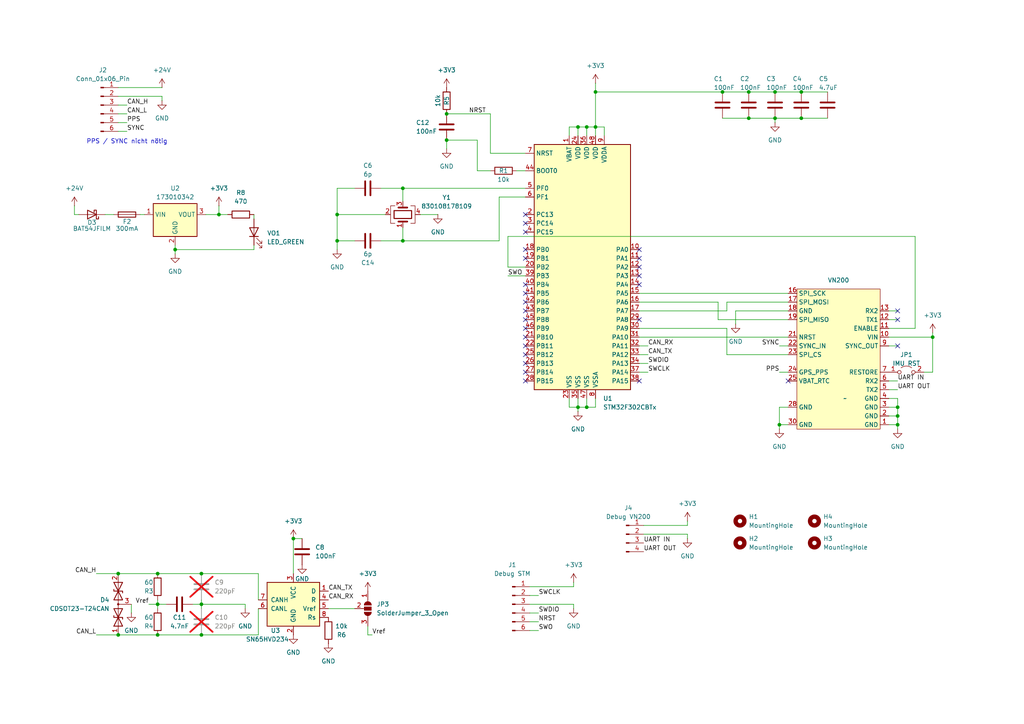
<source format=kicad_sch>
(kicad_sch (version 20231120) (generator "eeschema") (generator_version "8.0")
  (paper "A4")
  (lib_symbols
    (symbol "Connector:Conn_01x04_Pin" (pin_names (offset 1.016) hide)
      (property "Reference" "J" (at 0 5.08 0))
      (property "Value" "Conn_01x04_Pin" (at 0 -7.62 0))
      (symbol "Conn_01x04_Pin_1_1"
        (polyline (pts (xy 1.27 -5.08) (xy 0.8636 -5.08)) (stroke (width 0.1524)))
        (polyline (pts (xy 1.27 -2.54) (xy 0.8636 -2.54)) (stroke (width 0.1524)))
        (polyline (pts (xy 1.27 0) (xy 0.8636 0)) (stroke (width 0.1524)))
        (polyline (pts (xy 1.27 2.54) (xy 0.8636 2.54)) (stroke (width 0.1524)))
        (rectangle (start 0.8636 -4.953) (end 0 -5.207) (stroke (width 0.1524)) (fill (type outline)))
        (rectangle (start 0.8636 -2.413) (end 0 -2.667) (stroke (width 0.1524)) (fill (type outline)))
        (rectangle (start 0.8636 0.127) (end 0 -0.127) (stroke (width 0.1524)) (fill (type outline)))
        (rectangle (start 0.8636 2.667) (end 0 2.413) (stroke (width 0.1524)) (fill (type outline)))
        (pin passive line (at 5.08 2.54 180) (length 3.81) (name "Pin_1") (number "1"))
        (pin passive line (at 5.08 0 180) (length 3.81) (name "Pin_2") (number "2"))
        (pin passive line (at 5.08 -2.54 180) (length 3.81) (name "Pin_3") (number "3"))
        (pin passive line (at 5.08 -5.08 180) (length 3.81) (name "Pin_4") (number "4"))
      )
    )
    (symbol "Connector:Conn_01x06_Pin" (pin_names (offset 1.016) hide)
      (property "Reference" "J" (at 0 7.62 0))
      (property "Value" "Conn_01x06_Pin" (at 0 -10.16 0))
      (symbol "Conn_01x06_Pin_1_1"
        (polyline (pts (xy 1.27 -7.62) (xy 0.8636 -7.62)) (stroke (width 0.1524)))
        (polyline (pts (xy 1.27 -5.08) (xy 0.8636 -5.08)) (stroke (width 0.1524)))
        (polyline (pts (xy 1.27 -2.54) (xy 0.8636 -2.54)) (stroke (width 0.1524)))
        (polyline (pts (xy 1.27 0) (xy 0.8636 0)) (stroke (width 0.1524)))
        (polyline (pts (xy 1.27 2.54) (xy 0.8636 2.54)) (stroke (width 0.1524)))
        (polyline (pts (xy 1.27 5.08) (xy 0.8636 5.08)) (stroke (width 0.1524)))
        (rectangle (start 0.8636 -7.493) (end 0 -7.747) (stroke (width 0.1524)) (fill (type outline)))
        (rectangle (start 0.8636 -4.953) (end 0 -5.207) (stroke (width 0.1524)) (fill (type outline)))
        (rectangle (start 0.8636 -2.413) (end 0 -2.667) (stroke (width 0.1524)) (fill (type outline)))
        (rectangle (start 0.8636 0.127) (end 0 -0.127) (stroke (width 0.1524)) (fill (type outline)))
        (rectangle (start 0.8636 2.667) (end 0 2.413) (stroke (width 0.1524)) (fill (type outline)))
        (rectangle (start 0.8636 5.207) (end 0 4.953) (stroke (width 0.1524)) (fill (type outline)))
        (pin passive line (at 5.08 5.08 180) (length 3.81) (name "Pin_1") (number "1"))
        (pin passive line (at 5.08 2.54 180) (length 3.81) (name "Pin_2") (number "2"))
        (pin passive line (at 5.08 0 180) (length 3.81) (name "Pin_3") (number "3"))
        (pin passive line (at 5.08 -2.54 180) (length 3.81) (name "Pin_4") (number "4"))
        (pin passive line (at 5.08 -5.08 180) (length 3.81) (name "Pin_5") (number "5"))
        (pin passive line (at 5.08 -7.62 180) (length 3.81) (name "Pin_6") (number "6"))
      )
    )
    (symbol "Device:C" (pin_numbers hide) (pin_names (offset 0.254))
      (property "Reference" "C" (at 0.635 2.54 0))
      (property "Value" "C" (at 0.635 -2.54 0))
      (symbol "C_0_1"
        (polyline (pts (xy -2.032 -0.762) (xy 2.032 -0.762)) (stroke (width 0.508)))
        (polyline (pts (xy -2.032 0.762) (xy 2.032 0.762)) (stroke (width 0.508)))
      )
      (symbol "C_1_1"
        (pin passive line (at 0 3.81 270) (length 2.794) (name "~") (number "1"))
        (pin passive line (at 0 -3.81 90) (length 2.794) (name "~") (number "2"))
      )
    )
    (symbol "Device:D_Schottky" (pin_numbers hide) (pin_names (offset 1.016) hide)
      (property "Reference" "D" (at 0 2.54 0))
      (property "Value" "D_Schottky" (at 0 -2.54 0))
      (symbol "D_Schottky_0_1"
        (polyline (pts (xy 1.27 0) (xy -1.27 0)))
        (polyline (pts (xy 1.27 1.27) (xy 1.27 -1.27) (xy -1.27 0) (xy 1.27 1.27)) (stroke (width 0.254)))
        (polyline (pts (xy -1.905 0.635) (xy -1.905 1.27) (xy -1.27 1.27) (xy -1.27 -1.27) (xy -0.635 -1.27) (xy -0.635 -0.635)) (stroke (width 0.254)))
      )
      (symbol "D_Schottky_1_1"
        (pin passive line (at -3.81 0 0) (length 2.54) (name "K") (number "1"))
        (pin passive line (at 3.81 0 180) (length 2.54) (name "A") (number "2"))
      )
    )
    (symbol "Device:D_TVS_Dual_AAC" (pin_names (offset 1.016) hide)
      (property "Reference" "D" (at 0 4.445 0))
      (property "Value" "D_TVS_Dual_AAC" (at 0 2.54 0))
      (symbol "D_TVS_Dual_AAC_0_0"
        (polyline (pts (xy 0 -1.27) (xy 0 0)))
      )
      (symbol "D_TVS_Dual_AAC_0_1"
        (polyline (pts (xy -6.35 0) (xy 6.35 0)))
        (polyline (pts (xy -3.302 1.27) (xy -3.81 1.27) (xy -3.81 -1.27) (xy -4.318 -1.27)) (stroke (width 0.254)))
        (polyline (pts (xy 4.318 1.27) (xy 3.81 1.27) (xy 3.81 -1.27) (xy 3.302 -1.27)) (stroke (width 0.254)))
        (polyline (pts (xy -6.35 1.27) (xy -1.27 -1.27) (xy -1.27 1.27) (xy -6.35 -1.27) (xy -6.35 1.27)) (stroke (width 0.254)))
        (polyline (pts (xy 6.35 1.27) (xy 1.27 -1.27) (xy 1.27 1.27) (xy 6.35 -1.27) (xy 6.35 1.27)) (stroke (width 0.254)))
        (circle (center 0 0) (radius 0.254) (fill (type outline)))
      )
      (symbol "D_TVS_Dual_AAC_1_1"
        (pin passive line (at -8.89 0 0) (length 2.54) (name "A1") (number "1"))
        (pin passive line (at 8.89 0 180) (length 2.54) (name "A2") (number "2"))
        (pin input line (at 0 -3.81 90) (length 2.54) (name "common") (number "3"))
      )
    )
    (symbol "Device:Fuse" (pin_numbers hide) (pin_names (offset 0))
      (property "Reference" "F" (at 2.032 0 90))
      (property "Value" "Fuse" (at -1.905 0 90))
      (symbol "Fuse_0_1"
        (rectangle (start -0.762 -2.54) (end 0.762 2.54) (stroke (width 0.254)))
        (polyline (pts (xy 0 2.54) (xy 0 -2.54)))
      )
      (symbol "Fuse_1_1"
        (pin passive line (at 0 3.81 270) (length 1.27) (name "~") (number "1"))
        (pin passive line (at 0 -3.81 90) (length 1.27) (name "~") (number "2"))
      )
    )
    (symbol "Device:LED" (pin_numbers hide) (pin_names (offset 1.016) hide)
      (property "Reference" "D" (at 0 2.54 0))
      (property "Value" "LED" (at 0 -2.54 0))
      (symbol "LED_0_1"
        (polyline (pts (xy -1.27 -1.27) (xy -1.27 1.27)) (stroke (width 0.254)))
        (polyline (pts (xy -1.27 0) (xy 1.27 0)))
        (polyline (pts (xy 1.27 -1.27) (xy 1.27 1.27) (xy -1.27 0) (xy 1.27 -1.27)) (stroke (width 0.254)))
        (polyline (pts (xy -3.048 -0.762) (xy -4.572 -2.286) (xy -3.81 -2.286) (xy -4.572 -2.286) (xy -4.572 -1.524)))
        (polyline (pts (xy -1.778 -0.762) (xy -3.302 -2.286) (xy -2.54 -2.286) (xy -3.302 -2.286) (xy -3.302 -1.524)))
      )
      (symbol "LED_1_1"
        (pin passive line (at -3.81 0 0) (length 2.54) (name "K") (number "1"))
        (pin passive line (at 3.81 0 180) (length 2.54) (name "A") (number "2"))
      )
    )
    (symbol "Device:R" (pin_numbers hide) (pin_names (offset 0))
      (property "Reference" "R" (at 2.032 0 90))
      (property "Value" "R" (at 0 0 90))
      (symbol "R_0_1"
        (rectangle (start -1.016 -2.54) (end 1.016 2.54) (stroke (width 0.254)))
      )
      (symbol "R_1_1"
        (pin passive line (at 0 3.81 270) (length 1.27) (name "~") (number "1"))
        (pin passive line (at 0 -3.81 90) (length 1.27) (name "~") (number "2"))
      )
    )
    (symbol "FaSTTUBe_Crystals:830108178109" (pin_names (offset 1.016) hide)
      (property "Reference" "Y" (at 3.175 5.08 0))
      (property "Value" "830108178109" (at 3.175 3.175 0))
      (symbol "830108178109_0_1"
        (rectangle (start -1.143 2.54) (end 1.143 -2.54) (stroke (width 0.3048)))
        (polyline (pts (xy -2.54 0) (xy -2.032 0)))
        (polyline (pts (xy -2.032 -1.27) (xy -2.032 1.27)) (stroke (width 0.508)))
        (polyline (pts (xy 0 -3.81) (xy 0 -3.556)))
        (polyline (pts (xy 0 3.556) (xy 0 3.81)))
        (polyline (pts (xy 2.032 -1.27) (xy 2.032 1.27)) (stroke (width 0.508)))
        (polyline (pts (xy 2.032 0) (xy 2.54 0)))
        (polyline (pts (xy -2.54 -2.286) (xy -2.54 -3.556) (xy 2.54 -3.556) (xy 2.54 -2.286)))
        (polyline (pts (xy -2.54 2.286) (xy -2.54 3.556) (xy 2.54 3.556) (xy 2.54 2.286)))
      )
      (symbol "830108178109_1_1"
        (pin passive line (at -3.81 0 0) (length 1.27) (name "1") (number "1"))
        (pin passive line (at 0 5.08 270) (length 1.27) (name "2") (number "2"))
        (pin passive line (at 3.81 0 180) (length 1.27) (name "3") (number "3"))
        (pin passive line (at 0 -5.08 90) (length 1.27) (name "4") (number "4"))
      )
    )
    (symbol "FaSTTUBe_Voltage_Regulators:173010342"
      (property "Reference" "U" (at -1.27 7.874 0))
      (property "Value" "173010342" (at -5.588 6.096 0))
      (symbol "173010342_0_1"
        (rectangle (start -6.35 4.445) (end 6.35 -5.08) (stroke (width 0.254)) (fill (type background)))
      )
      (symbol "173010342_1_1"
        (pin power_in line (at -8.89 1.27 0) (length 2.54) (name "VIN") (number "1"))
        (pin power_in line (at 0 -7.62 90) (length 2.54) (name "GND") (number "2"))
        (pin power_out line (at 8.89 1.27 180) (length 2.54) (name "VOUT") (number "3"))
      )
    )
    (symbol "GND_2" (power) (pin_numbers hide) (pin_names (offset 0) hide)
      (property "Value" "GND" (at 0 -3.81 0))
      (symbol "GND_2_0_1"
        (polyline (pts (xy 0 0) (xy 0 -1.27) (xy 1.27 -1.27) (xy 0 -2.54) (xy -1.27 -1.27) (xy 0 -1.27)))
      )
      (symbol "GND_2_1_1"
        (pin power_in line (at 0 0 270) (length 0) (name "~") (number "1"))
      )
    )
    (symbol "IMUs:VN-200"
      (property "Reference" "VN200" (at -0.635 22.86 0))
      (property "Value" "~" (at 1.27 -11.43 0))
      (symbol "VN-200_1_1"
        (rectangle (start -12.7 20.32) (end 11.43 -20.32) (fill (type background)))
        (pin power_in line (at 13.97 -19.05 180) (length 2.54) (name "GND") (number "1"))
        (pin power_in line (at 13.97 6.35 180) (length 2.54) (name "VIN") (number "10"))
        (pin input line (at 13.97 8.89 180) (length 2.54) (name "ENABLE") (number "11"))
        (pin output line (at 13.97 11.43 180) (length 2.54) (name "TX1") (number "12"))
        (pin input line (at 13.97 13.97 180) (length 2.54) (name "RX2") (number "13"))
        (pin input line (at -15.24 19.05 0) (length 2.54) (name "SPI_SCK") (number "16"))
        (pin input line (at -15.24 16.51 0) (length 2.54) (name "SPI_MOSI") (number "17"))
        (pin power_in line (at -15.24 13.97 0) (length 2.54) (name "GND") (number "18"))
        (pin output line (at -15.24 11.43 0) (length 2.54) (name "SPI_MISO") (number "19"))
        (pin power_in line (at 13.97 -16.51 180) (length 2.54) (name "GND") (number "2"))
        (pin input line (at -15.24 6.35 0) (length 2.54) (name "NRST") (number "21"))
        (pin input line (at -15.24 3.81 0) (length 2.54) (name "SYNC_IN") (number "22"))
        (pin input line (at -15.24 1.27 0) (length 2.54) (name "SPI_CS") (number "23"))
        (pin output line (at -15.24 -3.81 0) (length 2.54) (name "GPS_PPS") (number "24"))
        (pin power_in line (at -15.24 -6.35 0) (length 2.54) (name "VBAT_RTC") (number "25"))
        (pin power_in line (at -15.24 -13.97 0) (length 2.54) (name "GND") (number "28"))
        (pin power_in line (at 13.97 -13.97 180) (length 2.54) (name "GND") (number "3"))
        (pin power_in line (at -15.24 -19.05 0) (length 2.54) (name "GND") (number "30"))
        (pin power_in line (at 13.97 -11.43 180) (length 2.54) (name "GND") (number "4"))
        (pin output line (at 13.97 -8.89 180) (length 2.54) (name "TX2") (number "5"))
        (pin input line (at 13.97 -6.35 180) (length 2.54) (name "RX2") (number "6"))
        (pin input line (at 13.97 -3.81 180) (length 2.54) (name "RESTORE") (number "7"))
        (pin output line (at 13.97 3.81 180) (length 2.54) (name "SYNC_OUT") (number "9"))
      )
    )
    (symbol "Interface_CAN_LIN:SN65HVD231" (pin_names (offset 1.016))
      (property "Reference" "U" (at -2.54 10.16 0))
      (property "Value" "SN65HVD231" (at -2.54 7.62 0))
      (symbol "SN65HVD231_0_1"
        (rectangle (start -7.62 5.08) (end 7.62 -7.62) (stroke (width 0.254)) (fill (type background)))
      )
      (symbol "SN65HVD231_1_1"
        (pin input line (at -10.16 2.54 0) (length 2.54) (name "D") (number "1"))
        (pin power_in line (at 0 -10.16 90) (length 2.54) (name "GND") (number "2"))
        (pin power_in line (at 0 7.62 270) (length 2.54) (name "VCC") (number "3"))
        (pin output line (at -10.16 0 0) (length 2.54) (name "R") (number "4"))
        (pin output line (at -10.16 -2.54 0) (length 2.54) (name "Vref") (number "5"))
        (pin bidirectional line (at 10.16 -2.54 180) (length 2.54) (name "CANL") (number "6"))
        (pin bidirectional line (at 10.16 0 180) (length 2.54) (name "CANH") (number "7"))
        (pin input line (at -10.16 -5.08 0) (length 2.54) (name "Rs") (number "8"))
      )
    )
    (symbol "Jumper:Jumper_2_Open" (pin_names (offset 0) hide)
      (property "Reference" "JP" (at 0 2.794 0))
      (property "Value" "Jumper_2_Open" (at 0 -2.286 0))
      (symbol "Jumper_2_Open_0_0"
        (circle (center -2.032 0) (radius 0.508))
        (circle (center 2.032 0) (radius 0.508))
      )
      (symbol "Jumper_2_Open_0_1"
        (arc (start 1.524 1.27) (mid 0 1.778) (end -1.524 1.27))
      )
      (symbol "Jumper_2_Open_1_1"
        (pin passive line (at -5.08 0 0) (length 2.54) (name "A") (number "1"))
        (pin passive line (at 5.08 0 180) (length 2.54) (name "B") (number "2"))
      )
    )
    (symbol "Jumper:SolderJumper_3_Open" (pin_names (offset 0) hide)
      (property "Reference" "JP" (at -2.54 -2.54 0))
      (property "Value" "SolderJumper_3_Open" (at 0 2.794 0))
      (symbol "SolderJumper_3_Open_0_1"
        (arc (start -1.016 1.016) (mid -2.0276 0) (end -1.016 -1.016))
        (arc (start -1.016 1.016) (mid -2.0276 0) (end -1.016 -1.016) (fill (type outline)))
        (rectangle (start -0.508 1.016) (end 0.508 -1.016) (fill (type outline)))
        (polyline (pts (xy -2.54 0) (xy -2.032 0)))
        (polyline (pts (xy -1.016 1.016) (xy -1.016 -1.016)))
        (polyline (pts (xy 0 -1.27) (xy 0 -1.016)))
        (polyline (pts (xy 1.016 1.016) (xy 1.016 -1.016)))
        (polyline (pts (xy 2.54 0) (xy 2.032 0)))
        (arc (start 1.016 -1.016) (mid 2.0276 0) (end 1.016 1.016))
        (arc (start 1.016 -1.016) (mid 2.0276 0) (end 1.016 1.016) (fill (type outline)))
      )
      (symbol "SolderJumper_3_Open_1_1"
        (pin passive line (at -5.08 0 0) (length 2.54) (name "A") (number "1"))
        (pin passive line (at 0 -3.81 90) (length 2.54) (name "C") (number "2"))
        (pin passive line (at 5.08 0 180) (length 2.54) (name "B") (number "3"))
      )
    )
    (symbol "MCU_ST_STM32F3:STM32F302CBTx"
      (property "Reference" "U" (at -15.24 36.83 0))
      (property "Value" "STM32F302CBTx" (at 7.62 36.83 0))
      (symbol "STM32F302CBTx_0_1"
        (rectangle (start -15.24 -35.56) (end 12.7 35.56) (stroke (width 0.254)) (fill (type background)))
      )
      (symbol "STM32F302CBTx_1_1"
        (pin power_in line (at -5.08 38.1 270) (length 2.54) (name "VBAT") (number "1"))
        (pin bidirectional line (at 15.24 5.08 180) (length 2.54) (name "PA0") (number "10"))
        (pin bidirectional line (at 15.24 2.54 180) (length 2.54) (name "PA1") (number "11"))
        (pin bidirectional line (at 15.24 0 180) (length 2.54) (name "PA2") (number "12"))
        (pin bidirectional line (at 15.24 -2.54 180) (length 2.54) (name "PA3") (number "13"))
        (pin bidirectional line (at 15.24 -5.08 180) (length 2.54) (name "PA4") (number "14"))
        (pin bidirectional line (at 15.24 -7.62 180) (length 2.54) (name "PA5") (number "15"))
        (pin bidirectional line (at 15.24 -10.16 180) (length 2.54) (name "PA6") (number "16"))
        (pin bidirectional line (at 15.24 -12.7 180) (length 2.54) (name "PA7") (number "17"))
        (pin bidirectional line (at -17.78 5.08 0) (length 2.54) (name "PB0") (number "18"))
        (pin bidirectional line (at -17.78 2.54 0) (length 2.54) (name "PB1") (number "19"))
        (pin bidirectional line (at -17.78 15.24 0) (length 2.54) (name "PC13") (number "2"))
        (pin bidirectional line (at -17.78 0 0) (length 2.54) (name "PB2") (number "20"))
        (pin bidirectional line (at -17.78 -20.32 0) (length 2.54) (name "PB10") (number "21"))
        (pin bidirectional line (at -17.78 -22.86 0) (length 2.54) (name "PB11") (number "22"))
        (pin power_in line (at -5.08 -38.1 90) (length 2.54) (name "VSS") (number "23"))
        (pin power_in line (at -2.54 38.1 270) (length 2.54) (name "VDD") (number "24"))
        (pin bidirectional line (at -17.78 -25.4 0) (length 2.54) (name "PB12") (number "25"))
        (pin bidirectional line (at -17.78 -27.94 0) (length 2.54) (name "PB13") (number "26"))
        (pin bidirectional line (at -17.78 -30.48 0) (length 2.54) (name "PB14") (number "27"))
        (pin bidirectional line (at -17.78 -33.02 0) (length 2.54) (name "PB15") (number "28"))
        (pin bidirectional line (at 15.24 -15.24 180) (length 2.54) (name "PA8") (number "29"))
        (pin bidirectional line (at -17.78 12.7 0) (length 2.54) (name "PC14") (number "3"))
        (pin bidirectional line (at 15.24 -17.78 180) (length 2.54) (name "PA9") (number "30"))
        (pin bidirectional line (at 15.24 -20.32 180) (length 2.54) (name "PA10") (number "31"))
        (pin bidirectional line (at 15.24 -22.86 180) (length 2.54) (name "PA11") (number "32"))
        (pin bidirectional line (at 15.24 -25.4 180) (length 2.54) (name "PA12") (number "33"))
        (pin bidirectional line (at 15.24 -27.94 180) (length 2.54) (name "PA13") (number "34"))
        (pin power_in line (at -2.54 -38.1 90) (length 2.54) (name "VSS") (number "35"))
        (pin power_in line (at 0 38.1 270) (length 2.54) (name "VDD") (number "36"))
        (pin bidirectional line (at 15.24 -30.48 180) (length 2.54) (name "PA14") (number "37"))
        (pin bidirectional line (at 15.24 -33.02 180) (length 2.54) (name "PA15") (number "38"))
        (pin bidirectional line (at -17.78 -2.54 0) (length 2.54) (name "PB3") (number "39"))
        (pin bidirectional line (at -17.78 10.16 0) (length 2.54) (name "PC15") (number "4"))
        (pin bidirectional line (at -17.78 -5.08 0) (length 2.54) (name "PB4") (number "40"))
        (pin bidirectional line (at -17.78 -7.62 0) (length 2.54) (name "PB5") (number "41"))
        (pin bidirectional line (at -17.78 -10.16 0) (length 2.54) (name "PB6") (number "42"))
        (pin bidirectional line (at -17.78 -12.7 0) (length 2.54) (name "PB7") (number "43"))
        (pin input line (at -17.78 27.94 0) (length 2.54) (name "BOOT0") (number "44"))
        (pin bidirectional line (at -17.78 -15.24 0) (length 2.54) (name "PB8") (number "45"))
        (pin bidirectional line (at -17.78 -17.78 0) (length 2.54) (name "PB9") (number "46"))
        (pin power_in line (at 0 -38.1 90) (length 2.54) (name "VSS") (number "47"))
        (pin power_in line (at 2.54 38.1 270) (length 2.54) (name "VDD") (number "48"))
        (pin input line (at -17.78 22.86 0) (length 2.54) (name "PF0") (number "5"))
        (pin input line (at -17.78 20.32 0) (length 2.54) (name "PF1") (number "6"))
        (pin input line (at -17.78 33.02 0) (length 2.54) (name "NRST") (number "7"))
        (pin power_in line (at 2.54 -38.1 90) (length 2.54) (name "VSSA") (number "8"))
        (pin power_in line (at 5.08 38.1 270) (length 2.54) (name "VDDA") (number "9"))
      )
    )
    (symbol "Mechanical:MountingHole" (pin_names (offset 1.016)) (exclude_from_sim yes) (in_bom no)
      (property "Reference" "H" (at 0 5.08 0))
      (property "Value" "MountingHole" (at 0 3.175 0))
      (symbol "MountingHole_0_1"
        (circle (center 0 0) (radius 1.27) (stroke (width 1.27)))
      )
    )
    (symbol "power:+24V" (power) (pin_numbers hide) (pin_names (offset 0) hide)
      (property "Value" "+24V" (at 0 3.556 0))
      (symbol "+24V_0_1"
        (polyline (pts (xy -0.762 1.27) (xy 0 2.54)))
        (polyline (pts (xy 0 0) (xy 0 2.54)))
        (polyline (pts (xy 0 2.54) (xy 0.762 1.27)))
      )
      (symbol "+24V_1_1"
        (pin power_in line (at 0 0 90) (length 0) (name "~") (number "1"))
      )
    )
    (symbol "power:+3V3" (power) (pin_numbers hide) (pin_names (offset 0) hide)
      (property "Value" "+3V3" (at 0 3.556 0))
      (symbol "+3V3_0_1"
        (polyline (pts (xy -0.762 1.27) (xy 0 2.54)))
        (polyline (pts (xy 0 0) (xy 0 2.54)))
        (polyline (pts (xy 0 2.54) (xy 0.762 1.27)))
      )
      (symbol "+3V3_1_1"
        (pin power_in line (at 0 0 90) (length 0) (name "~") (number "1"))
      )
    )
  )
  (junction (at 129.54 33.02))
  (junction (at 217.17 34.29))
  (junction (at 170.18 36.83))
  (junction (at 45.72 184.15))
  (junction (at 226.06 123.19))
  (junction (at 34.29 166.37))
  (junction (at 172.72 36.83))
  (junction (at 170.18 118.11))
  (junction (at 45.72 166.37))
  (junction (at 172.72 26.67))
  (junction (at 45.72 175.26))
  (junction (at 167.64 118.11))
  (junction (at 58.42 175.26))
  (junction (at 50.8 72.39))
  (junction (at 260.35 123.19))
  (junction (at 58.42 184.15))
  (junction (at 167.64 36.83))
  (junction (at 129.54 40.64))
  (junction (at 97.79 69.85))
  (junction (at 224.79 26.67))
  (junction (at 270.51 97.79))
  (junction (at 34.29 184.15))
  (junction (at 85.09 156.21))
  (junction (at 217.17 26.67))
  (junction (at 232.41 26.67))
  (junction (at 209.55 26.67))
  (junction (at 224.79 34.29))
  (junction (at 116.84 54.61))
  (junction (at 260.35 120.65))
  (junction (at 260.35 118.11))
  (junction (at 97.79 62.23))
  (junction (at 58.42 166.37))
  (junction (at 63.5 62.23))
  (junction (at 116.84 69.85))
  (junction (at 232.41 34.29))
  (no_connect (at 152.4 105.41))
  (no_connect (at 152.4 74.93))
  (no_connect (at 152.4 102.87))
  (no_connect (at 185.42 77.47))
  (no_connect (at 152.4 110.49))
  (no_connect (at 260.35 90.17))
  (no_connect (at 152.4 92.71))
  (no_connect (at 152.4 100.33))
  (no_connect (at 152.4 95.25))
  (no_connect (at 152.4 87.63))
  (no_connect (at 260.35 100.33))
  (no_connect (at 152.4 62.23))
  (no_connect (at 185.42 72.39))
  (no_connect (at 228.6 110.49))
  (no_connect (at 152.4 64.77))
  (no_connect (at 152.4 67.31))
  (no_connect (at 185.42 92.71))
  (no_connect (at 185.42 80.01))
  (no_connect (at 152.4 107.95))
  (no_connect (at 185.42 110.49))
  (no_connect (at 185.42 74.93))
  (no_connect (at 152.4 90.17))
  (no_connect (at 152.4 85.09))
  (no_connect (at 185.42 82.55))
  (no_connect (at 152.4 72.39))
  (no_connect (at 260.35 92.71))
  (no_connect (at 152.4 82.55))
  (no_connect (at 152.4 97.79))
  (wire (pts (xy 106.68 184.15) (xy 106.68 181.61)))
  (wire (pts (xy 116.84 69.85) (xy 144.78 69.85)))
  (wire (pts (xy 138.43 49.53) (xy 142.24 49.53)))
  (wire (pts (xy 260.35 123.19) (xy 260.35 120.65)))
  (wire (pts (xy 210.82 102.87) (xy 228.6 102.87)))
  (wire (pts (xy 74.93 173.99) (xy 74.93 166.37)))
  (wire (pts (xy 45.72 184.15) (xy 58.42 184.15)))
  (wire (pts (xy 210.82 87.63) (xy 228.6 87.63)))
  (wire (pts (xy 74.93 166.37) (xy 58.42 166.37)))
  (wire (pts (xy 73.66 72.39) (xy 73.66 71.12)))
  (wire (pts (xy 149.86 49.53) (xy 152.4 49.53)))
  (wire (pts (xy 170.18 36.83) (xy 170.18 39.37)))
  (wire (pts (xy 95.25 176.53) (xy 102.87 176.53)))
  (wire (pts (xy 186.69 154.94) (xy 199.39 154.94)))
  (wire (pts (xy 43.18 175.26) (xy 45.72 175.26)))
  (wire (pts (xy 142.24 44.45) (xy 152.4 44.45)))
  (wire (pts (xy 34.29 25.4) (xy 46.99 25.4)))
  (wire (pts (xy 121.92 62.23) (xy 127 62.23)))
  (wire (pts (xy 147.32 68.58) (xy 265.43 68.58)))
  (wire (pts (xy 257.81 97.79) (xy 270.51 97.79)))
  (wire (pts (xy 185.42 95.25) (xy 210.82 95.25)))
  (wire (pts (xy 116.84 54.61) (xy 116.84 58.42)))
  (wire (pts (xy 170.18 36.83) (xy 172.72 36.83)))
  (wire (pts (xy 97.79 62.23) (xy 111.76 62.23)))
  (wire (pts (xy 217.17 34.29) (xy 224.79 34.29)))
  (wire (pts (xy 232.41 34.29) (xy 240.03 34.29)))
  (wire (pts (xy 170.18 118.11) (xy 170.18 115.57)))
  (wire (pts (xy 208.28 87.63) (xy 208.28 92.71)))
  (wire (pts (xy 147.32 68.58) (xy 147.32 77.47)))
  (wire (pts (xy 260.35 100.33) (xy 257.81 100.33)))
  (wire (pts (xy 27.94 184.15) (xy 34.29 184.15)))
  (wire (pts (xy 97.79 69.85) (xy 97.79 72.39)))
  (wire (pts (xy 185.42 85.09) (xy 228.6 85.09)))
  (wire (pts (xy 199.39 154.94) (xy 199.39 156.21)))
  (wire (pts (xy 267.97 107.95) (xy 270.51 107.95)))
  (wire (pts (xy 270.51 107.95) (xy 270.51 97.79)))
  (wire (pts (xy 217.17 26.67) (xy 224.79 26.67)))
  (wire (pts (xy 34.29 166.37) (xy 45.72 166.37)))
  (wire (pts (xy 66.04 62.23) (xy 63.5 62.23)))
  (wire (pts (xy 50.8 73.66) (xy 50.8 72.39)))
  (wire (pts (xy 210.82 95.25) (xy 210.82 102.87)))
  (wire (pts (xy 73.66 63.5) (xy 73.66 62.23)))
  (wire (pts (xy 226.06 123.19) (xy 228.6 123.19)))
  (wire (pts (xy 199.39 151.13) (xy 199.39 152.4)))
  (wire (pts (xy 228.6 118.11) (xy 226.06 118.11)))
  (wire (pts (xy 46.99 29.21) (xy 46.99 27.94)))
  (wire (pts (xy 170.18 118.11) (xy 172.72 118.11)))
  (wire (pts (xy 50.8 72.39) (xy 73.66 72.39)))
  (wire (pts (xy 172.72 118.11) (xy 172.72 115.57)))
  (wire (pts (xy 165.1 36.83) (xy 167.64 36.83)))
  (wire (pts (xy 27.94 166.37) (xy 34.29 166.37)))
  (wire (pts (xy 185.42 90.17) (xy 210.82 90.17)))
  (wire (pts (xy 224.79 26.67) (xy 232.41 26.67)))
  (wire (pts (xy 232.41 26.67) (xy 240.03 26.67)))
  (wire (pts (xy 187.96 100.33) (xy 185.42 100.33)))
  (wire (pts (xy 50.8 72.39) (xy 50.8 71.12)))
  (wire (pts (xy 147.32 77.47) (xy 152.4 77.47)))
  (wire (pts (xy 167.64 36.83) (xy 167.64 39.37)))
  (wire (pts (xy 85.09 156.21) (xy 85.09 166.37)))
  (wire (pts (xy 187.96 105.41) (xy 185.42 105.41)))
  (wire (pts (xy 260.35 90.17) (xy 257.81 90.17)))
  (wire (pts (xy 153.67 175.26) (xy 166.37 175.26)))
  (wire (pts (xy 147.32 80.01) (xy 152.4 80.01)))
  (wire (pts (xy 45.72 166.37) (xy 58.42 166.37)))
  (wire (pts (xy 187.96 107.95) (xy 185.42 107.95)))
  (wire (pts (xy 36.83 35.56) (xy 34.29 35.56)))
  (wire (pts (xy 74.93 176.53) (xy 74.93 184.15)))
  (wire (pts (xy 85.09 156.21) (xy 87.63 156.21)))
  (wire (pts (xy 116.84 66.04) (xy 116.84 69.85)))
  (wire (pts (xy 129.54 43.18) (xy 129.54 40.64)))
  (wire (pts (xy 175.26 36.83) (xy 175.26 39.37)))
  (wire (pts (xy 228.6 90.17) (xy 213.36 90.17)))
  (wire (pts (xy 172.72 36.83) (xy 172.72 39.37)))
  (wire (pts (xy 257.81 95.25) (xy 265.43 95.25)))
  (wire (pts (xy 21.59 62.23) (xy 22.86 62.23)))
  (wire (pts (xy 97.79 62.23) (xy 97.79 69.85)))
  (wire (pts (xy 107.95 184.15) (xy 106.68 184.15)))
  (wire (pts (xy 63.5 59.69) (xy 63.5 62.23)))
  (wire (pts (xy 129.54 40.64) (xy 138.43 40.64)))
  (wire (pts (xy 260.35 92.71) (xy 257.81 92.71)))
  (wire (pts (xy 138.43 40.64) (xy 138.43 49.53)))
  (wire (pts (xy 185.42 87.63) (xy 208.28 87.63)))
  (wire (pts (xy 46.99 27.94) (xy 34.29 27.94)))
  (wire (pts (xy 226.06 100.33) (xy 228.6 100.33)))
  (wire (pts (xy 224.79 34.29) (xy 232.41 34.29)))
  (wire (pts (xy 40.64 62.23) (xy 41.91 62.23)))
  (wire (pts (xy 36.83 30.48) (xy 34.29 30.48)))
  (wire (pts (xy 144.78 57.15) (xy 152.4 57.15)))
  (wire (pts (xy 36.83 33.02) (xy 34.29 33.02)))
  (wire (pts (xy 71.12 176.53) (xy 71.12 175.26)))
  (wire (pts (xy 34.29 184.15) (xy 45.72 184.15)))
  (wire (pts (xy 59.69 62.23) (xy 63.5 62.23)))
  (wire (pts (xy 110.49 54.61) (xy 116.84 54.61)))
  (wire (pts (xy 224.79 35.56) (xy 224.79 34.29)))
  (wire (pts (xy 260.35 120.65) (xy 260.35 118.11)))
  (wire (pts (xy 210.82 90.17) (xy 210.82 87.63)))
  (wire (pts (xy 213.36 90.17) (xy 213.36 93.98)))
  (wire (pts (xy 166.37 168.91) (xy 166.37 170.18)))
  (wire (pts (xy 226.06 107.95) (xy 228.6 107.95)))
  (wire (pts (xy 167.64 36.83) (xy 170.18 36.83)))
  (wire (pts (xy 260.35 124.46) (xy 260.35 123.19)))
  (wire (pts (xy 142.24 33.02) (xy 129.54 33.02)))
  (wire (pts (xy 172.72 26.67) (xy 172.72 36.83)))
  (wire (pts (xy 110.49 69.85) (xy 116.84 69.85)))
  (wire (pts (xy 167.64 119.38) (xy 167.64 118.11)))
  (wire (pts (xy 142.24 44.45) (xy 142.24 33.02)))
  (wire (pts (xy 172.72 26.67) (xy 209.55 26.67)))
  (wire (pts (xy 187.96 102.87) (xy 185.42 102.87)))
  (wire (pts (xy 172.72 24.13) (xy 172.72 26.67)))
  (wire (pts (xy 257.81 120.65) (xy 260.35 120.65)))
  (wire (pts (xy 55.88 175.26) (xy 58.42 175.26)))
  (wire (pts (xy 97.79 69.85) (xy 102.87 69.85)))
  (wire (pts (xy 208.28 92.71) (xy 228.6 92.71)))
  (wire (pts (xy 97.79 54.61) (xy 97.79 62.23)))
  (wire (pts (xy 45.72 173.99) (xy 45.72 175.26)))
  (wire (pts (xy 226.06 124.46) (xy 226.06 123.19)))
  (wire (pts (xy 116.84 54.61) (xy 152.4 54.61)))
  (wire (pts (xy 153.67 177.8) (xy 156.21 177.8)))
  (wire (pts (xy 260.35 113.03) (xy 257.81 113.03)))
  (wire (pts (xy 257.81 123.19) (xy 260.35 123.19)))
  (wire (pts (xy 165.1 118.11) (xy 165.1 115.57)))
  (wire (pts (xy 45.72 176.53) (xy 45.72 175.26)))
  (wire (pts (xy 199.39 152.4) (xy 186.69 152.4)))
  (wire (pts (xy 165.1 118.11) (xy 167.64 118.11)))
  (wire (pts (xy 144.78 69.85) (xy 144.78 57.15)))
  (wire (pts (xy 209.55 34.29) (xy 217.17 34.29)))
  (wire (pts (xy 36.83 38.1) (xy 34.29 38.1)))
  (wire (pts (xy 45.72 175.26) (xy 48.26 175.26)))
  (wire (pts (xy 175.26 36.83) (xy 172.72 36.83)))
  (wire (pts (xy 167.64 118.11) (xy 167.64 115.57)))
  (wire (pts (xy 74.93 184.15) (xy 58.42 184.15)))
  (wire (pts (xy 165.1 36.83) (xy 165.1 39.37)))
  (wire (pts (xy 58.42 173.99) (xy 58.42 175.26)))
  (wire (pts (xy 166.37 175.26) (xy 166.37 176.53)))
  (wire (pts (xy 21.59 59.69) (xy 21.59 62.23)))
  (wire (pts (xy 226.06 118.11) (xy 226.06 123.19)))
  (wire (pts (xy 156.21 172.72) (xy 153.67 172.72)))
  (wire (pts (xy 102.87 54.61) (xy 97.79 54.61)))
  (wire (pts (xy 167.64 118.11) (xy 170.18 118.11)))
  (wire (pts (xy 153.67 182.88) (xy 156.21 182.88)))
  (wire (pts (xy 71.12 175.26) (xy 58.42 175.26)))
  (wire (pts (xy 265.43 68.58) (xy 265.43 95.25)))
  (wire (pts (xy 260.35 115.57) (xy 257.81 115.57)))
  (wire (pts (xy 257.81 118.11) (xy 260.35 118.11)))
  (wire (pts (xy 185.42 97.79) (xy 228.6 97.79)))
  (wire (pts (xy 260.35 110.49) (xy 257.81 110.49)))
  (wire (pts (xy 38.1 175.26) (xy 38.1 177.8)))
  (wire (pts (xy 58.42 176.53) (xy 58.42 175.26)))
  (wire (pts (xy 270.51 96.52) (xy 270.51 97.79)))
  (wire (pts (xy 30.48 62.23) (xy 33.02 62.23)))
  (wire (pts (xy 166.37 170.18) (xy 153.67 170.18)))
  (wire (pts (xy 260.35 118.11) (xy 260.35 115.57)))
  (wire (pts (xy 209.55 26.67) (xy 217.17 26.67)))
  (wire (pts (xy 153.67 180.34) (xy 156.21 180.34)))
  (text "PPS / SYNC nicht nötig" (at 36.83 41.148 0) (effects (font (size 1.27 1.27))))
  (label "Vref" (at 107.95 184.15 0))
  (label "NRST" (at 156.21 180.34 0))
  (label "CAN_TX" (at 95.25 171.45 0))
  (label "CAN_L" (at 36.83 33.02 0))
  (label "SWO" (at 156.21 182.88 0))
  (label "SWCLK" (at 156.21 172.72 0))
  (label "CAN_H" (at 27.94 166.37 180))
  (label "SYNC" (at 226.06 100.33 180))
  (label "UART IN" (at 260.35 110.49 0))
  (label "PPS" (at 36.83 35.56 0))
  (label "PPS" (at 226.06 107.95 180))
  (label "Vref" (at 43.18 175.26 180))
  (label "CAN_L" (at 27.94 184.15 180))
  (label "SWCLK" (at 187.96 107.95 0))
  (label "CAN_H" (at 36.83 30.48 0))
  (label "SWO" (at 147.32 80.01 0))
  (label "UART OUT" (at 260.35 113.03 0))
  (label "SYNC" (at 36.83 38.1 0))
  (label "SWDIO" (at 156.21 177.8 0))
  (label "CAN_RX" (at 95.25 173.99 0))
  (label "CAN_TX" (at 187.96 102.87 0))
  (label "UART OUT" (at 186.69 160.02 0))
  (label "CAN_RX" (at 187.96 100.33 0))
  (label "NRST" (at 140.97 33.02 180))
  (label "UART IN" (at 186.69 157.48 0))
  (label "SWDIO" (at 187.96 105.41 0))
  (symbol (lib_id "Device:C") (at 232.41 30.48 0) (unit 1)
    (property "Reference" "C4" (at 229.87 22.86 0) (effects (justify left)))
    (property "Value" "100nF" (at 229.87 25.4 0) (effects (justify left)))
    (property "Footprint" "Capacitor_SMD:C_0603_1608Metric_Pad1.08x0.95mm_HandSolder" (effects (hide yes)))
  )
  (symbol (lib_id "Device:C") (at 58.42 170.18 0) (unit 1) (dnp yes)
    (property "Reference" "C9" (at 62.23 168.91 0) (effects (justify left)))
    (property "Value" "220pF" (at 62.23 171.45 0) (effects (justify left)))
    (property "Footprint" "Capacitor_SMD:C_0603_1608Metric_Pad1.08x0.95mm_HandSolder" (effects (hide yes)))
  )
  (symbol (lib_id "Device:C") (at 87.63 160.02 0) (unit 1)
    (property "Reference" "C8" (at 91.44 158.75 0) (effects (justify left)))
    (property "Value" "100nF" (at 91.44 161.29 0) (effects (justify left)))
    (property "Footprint" "Capacitor_SMD:C_0603_1608Metric_Pad1.08x0.95mm_HandSolder" (effects (hide yes)))
  )
  (symbol (lib_id "Device:R") (at 129.54 29.21 0) (unit 1)
    (property "Reference" "R5" (at 129.54 29.21 90))
    (property "Value" "10k" (at 127 29.21 90))
    (property "Footprint" "Resistor_SMD:R_0603_1608Metric_Pad0.98x0.95mm_HandSolder" (effects (hide yes)))
  )
  (symbol (lib_name "GND_2") (lib_id "power:GND") (at 127 62.23 0) (unit 1)
    (property "Reference" "#PWR026" (effects (hide yes)))
    (property "Value" "GND" (at 127 67.31 0))
    (property "Description" "Power symbol creates a global label with name \"GND\" , ground" (effects (hide yes)))
  )
  (symbol (lib_name "GND_2") (lib_id "power:GND") (at 213.36 93.98 0) (unit 1)
    (property "Reference" "#PWR05" (effects (hide yes)))
    (property "Value" "GND" (at 213.36 99.06 0))
    (property "Description" "Power symbol creates a global label with name \"GND\" , ground" (effects (hide yes)))
  )
  (symbol (lib_name "GND_2") (lib_id "power:GND") (at 129.54 43.18 0) (unit 1)
    (property "Reference" "#PWR013" (effects (hide yes)))
    (property "Value" "GND" (at 129.54 48.26 0))
    (property "Description" "Power symbol creates a global label with name \"GND\" , ground" (effects (hide yes)))
  )
  (symbol (lib_id "Device:D_Schottky") (at 26.67 62.23 180) (unit 1)
    (property "Reference" "D3" (at 26.67 64.516 0))
    (property "Value" "BAT54JFILM" (at 26.67 66.294 0))
    (property "Footprint" "Diode_SMD:D_SOD-323" (effects (hide yes)))
    (property "Description" "Schottky diode" (effects (hide yes)))
  )
  (symbol (lib_id "Interface_CAN_LIN:SN65HVD231") (at 85.09 173.99 0) (mirror y) (unit 1)
    (property "Reference" "U3" (at 81.28 182.88 0) (effects (justify left)))
    (property "Value" "SN65HVD234" (at 83.82 185.42 0) (effects (justify left)))
    (property "Footprint" "Package_SO:SOIC-8_3.9x4.9mm_P1.27mm" (effects (hide yes)))
    (property "Datasheet" "http://www.ti.com/lit/ds/symlink/sn65hvd230.pdf" (effects (hide yes)))
  )
  (symbol (lib_id "Device:C") (at 52.07 175.26 90) (unit 1)
    (property "Reference" "C11" (at 52.07 179.07 90))
    (property "Value" "4.7nF" (at 52.07 181.61 90))
    (property "Footprint" "Capacitor_SMD:C_0603_1608Metric_Pad1.08x0.95mm_HandSolder" (effects (hide yes)))
  )
  (symbol (lib_id "Connector:Conn_01x06_Pin") (at 29.21 30.48 0) (unit 1)
    (property "Reference" "J2" (at 29.845 20.32 0))
    (property "Value" "Conn_01x06_Pin" (at 29.845 22.86 0))
    (property "Footprint" "Connector_Phoenix_SACC:DSI-M8MS_6CON_M8_L90" (effects (hide yes)))
    (property "Description" "Generic connector, single row, 01x06, script generated" (effects (hide yes)))
  )
  (symbol (lib_id "Device:C") (at 224.79 30.48 0) (unit 1)
    (property "Reference" "C3" (at 222.25 22.86 0) (effects (justify left)))
    (property "Value" "100nF" (at 222.25 25.4 0) (effects (justify left)))
    (property "Footprint" "Capacitor_SMD:C_0603_1608Metric_Pad1.08x0.95mm_HandSolder" (effects (hide yes)))
  )
  (symbol (lib_id "power:+24V") (at 46.99 25.4 0) (unit 1)
    (property "Reference" "#PWR023" (effects (hide yes)))
    (property "Value" "+24V" (at 46.99 20.32 0))
    (property "Description" "Power symbol creates a global label with name \"+24V\"" (effects (hide yes)))
  )
  (symbol (lib_id "power:+3V3") (at 270.51 96.52 0) (unit 1)
    (property "Reference" "#PWR06" (effects (hide yes)))
    (property "Value" "+3V3" (at 270.51 91.44 0))
    (property "Description" "Power symbol creates a global label with name \"+3V3\"" (effects (hide yes)))
  )
  (symbol (lib_id "Mechanical:MountingHole") (at 214.63 157.48 0) (unit 1) (exclude_from_sim yes) (in_bom no)
    (property "Reference" "H2" (at 217.17 156.2099 0) (effects (justify left)))
    (property "Value" "MountingHole" (at 217.17 158.7499 0) (effects (justify left)))
    (property "Footprint" "MountingHole:MountingHole_3.2mm_M3" (effects (hide yes)))
    (property "Description" "Mounting Hole without connection" (effects (hide yes)))
  )
  (symbol (lib_id "Device:R") (at 45.72 180.34 180) (unit 1)
    (property "Reference" "R4" (at 43.18 181.61 0))
    (property "Value" "60" (at 43.18 179.07 0))
    (property "Footprint" "Resistor_SMD:R_0603_1608Metric_Pad0.98x0.95mm_HandSolder" (effects (hide yes)))
  )
  (symbol (lib_id "IMUs:VN-200") (at 243.84 104.14 0) (unit 1)
    (property "Reference" "VN200" (at 243.205 81.28 0))
    (property "Value" "~" (at 245.11 115.57 0))
    (property "Footprint" "IMU:VN-200" (effects (hide yes)))
    (property "Datasheet" "https://geo-matching.com/media/migrationalhfm7.pdf" (effects (hide yes)))
  )
  (symbol (lib_id "Device:LED") (at 73.66 67.31 90) (unit 1)
    (property "Reference" "VO1" (at 77.47 67.6274 90) (effects (justify right)))
    (property "Value" "LED_GREEN" (at 77.47 70.1674 90) (effects (justify right)))
    (property "Footprint" "LED_SMD:LED_0603_1608Metric_Pad1.05x0.95mm_HandSolder" (effects (hide yes)))
  )
  (symbol (lib_id "Connector:Conn_01x06_Pin") (at 148.59 175.26 0) (unit 1)
    (property "Reference" "J1" (at 148.59 163.83 0))
    (property "Value" "Debug STM" (at 148.59 166.37 0))
    (property "Footprint" "Connector_PinHeader_2.54mm:PinHeader_1x06_P2.54mm_Vertical" (effects (hide yes)))
    (property "Description" "Generic connector, single row, 01x06, script generated" (effects (hide yes)))
  )
  (symbol (lib_name "GND_2") (lib_id "power:GND") (at 50.8 73.66 0) (unit 1)
    (property "Reference" "#PWR029" (effects (hide yes)))
    (property "Value" "GND" (at 50.8 78.74 0))
    (property "Description" "Power symbol creates a global label with name \"GND\" , ground" (effects (hide yes)))
  )
  (symbol (lib_id "Device:D_TVS_Dual_AAC") (at 34.29 175.26 90) (unit 1)
    (property "Reference" "D4" (at 31.75 173.99 90) (effects (justify left)))
    (property "Value" "CDSOT23-T24CAN" (at 31.75 176.53 90) (effects (justify left)))
    (property "Footprint" "Package_TO_SOT_SMD:SOT-23" (effects (hide yes)))
  )
  (symbol (lib_name "GND_2") (lib_id "power:GND") (at 226.06 124.46 0) (unit 1)
    (property "Reference" "#PWR01" (effects (hide yes)))
    (property "Value" "GND" (at 226.06 129.54 0))
    (property "Description" "Power symbol creates a global label with name \"GND\" , ground" (effects (hide yes)))
  )
  (symbol (lib_id "Device:R") (at 45.72 170.18 180) (unit 1)
    (property "Reference" "R3" (at 43.18 171.45 0))
    (property "Value" "60" (at 43.18 168.91 0))
    (property "Footprint" "Resistor_SMD:R_0603_1608Metric_Pad0.98x0.95mm_HandSolder" (effects (hide yes)))
  )
  (symbol (lib_id "MCU_ST_STM32F3:STM32F302CBTx") (at 170.18 77.47 0) (unit 1)
    (property "Reference" "U1" (at 174.9141 115.57 0) (effects (justify left)))
    (property "Value" "STM32F302CBTx" (at 174.9141 118.11 0) (effects (justify left)))
    (property "Footprint" "Package_QFP:LQFP-48_7x7mm_P0.5mm" (effects (hide yes)))
    (property "Datasheet" "http://www.st.com/st-web-ui/static/active/en/resource/technical/document/datasheet/DM00094064.pdf" (effects (hide yes)))
  )
  (symbol (lib_id "power:+3V3") (at 199.39 151.13 0) (unit 1)
    (property "Reference" "#PWR02" (effects (hide yes)))
    (property "Value" "+3V3" (at 199.39 146.05 0))
    (property "Description" "Power symbol creates a global label with name \"+3V3\"" (effects (hide yes)))
  )
  (symbol (lib_id "power:+3V3") (at 166.37 168.91 0) (unit 1)
    (property "Reference" "#PWR010" (effects (hide yes)))
    (property "Value" "+3V3" (at 166.37 163.83 0))
    (property "Description" "Power symbol creates a global label with name \"+3V3\"" (effects (hide yes)))
  )
  (symbol (lib_name "GND_2") (lib_id "power:GND") (at 199.39 156.21 0) (unit 1)
    (property "Reference" "#PWR07" (effects (hide yes)))
    (property "Value" "GND" (at 199.39 161.29 0))
    (property "Description" "Power symbol creates a global label with name \"GND\" , ground" (effects (hide yes)))
  )
  (symbol (lib_name "GND_2") (lib_id "power:GND") (at 224.79 35.56 0) (unit 1)
    (property "Reference" "#PWR011" (effects (hide yes)))
    (property "Value" "GND" (at 224.79 40.64 0))
    (property "Description" "Power symbol creates a global label with name \"GND\" , ground" (effects (hide yes)))
  )
  (symbol (lib_id "Device:R") (at 146.05 49.53 90) (unit 1)
    (property "Reference" "R1" (at 146.05 49.53 90))
    (property "Value" "10k" (at 146.05 52.07 90))
    (property "Footprint" "Resistor_SMD:R_0603_1608Metric_Pad0.98x0.95mm_HandSolder" (effects (hide yes)))
  )
  (symbol (lib_id "Device:R") (at 69.85 62.23 90) (unit 1)
    (property "Reference" "R8" (at 69.85 55.88 90))
    (property "Value" "470" (at 69.85 58.42 90))
    (property "Footprint" "Resistor_SMD:R_0603_1608Metric_Pad0.98x0.95mm_HandSolder" (effects (hide yes)))
  )
  (symbol (lib_id "power:+3V3") (at 172.72 24.13 0) (unit 1)
    (property "Reference" "#PWR08" (effects (hide yes)))
    (property "Value" "+3V3" (at 172.72 19.05 0))
    (property "Description" "Power symbol creates a global label with name \"+3V3\"" (effects (hide yes)))
  )
  (symbol (lib_id "Device:C") (at 129.54 36.83 0) (unit 1)
    (property "Reference" "C12" (at 120.65 35.56 0) (effects (justify left)))
    (property "Value" "100nF" (at 120.65 38.1 0) (effects (justify left)))
    (property "Footprint" "Capacitor_SMD:C_0603_1608Metric_Pad1.08x0.95mm_HandSolder" (effects (hide yes)))
  )
  (symbol (lib_id "Connector:Conn_01x04_Pin") (at 181.61 154.94 0) (unit 1)
    (property "Reference" "J4" (at 182.245 147.32 0))
    (property "Value" "Debug VN200" (at 182.245 149.86 0))
    (property "Footprint" "Connector_PinHeader_2.54mm:PinHeader_1x04_P2.54mm_Vertical" (effects (hide yes)))
    (property "Description" "Generic connector, single row, 01x04, script generated" (effects (hide yes)))
  )
  (symbol (lib_id "Jumper:Jumper_2_Open") (at 262.89 107.95 0) (unit 1)
    (property "Reference" "JP1" (at 262.89 102.87 0))
    (property "Value" "IMU RST" (at 262.89 105.41 0))
    (property "Footprint" "Jumper:SolderJumper-2_P1.3mm_Open_RoundedPad1.0x1.5mm" (effects (hide yes)))
  )
  (symbol (lib_id "power:+24V") (at 21.59 59.69 0) (unit 1)
    (property "Reference" "#PWR030" (effects (hide yes)))
    (property "Value" "+24V" (at 21.59 54.61 0))
    (property "Description" "Power symbol creates a global label with name \"+24V\"" (effects (hide yes)))
  )
  (symbol (lib_name "GND_2") (lib_id "power:GND") (at 87.63 163.83 0) (unit 1)
    (property "Reference" "#PWR016" (effects (hide yes)))
    (property "Value" "GND" (at 87.63 167.894 0))
    (property "Description" "Power symbol creates a global label with name \"GND\" , ground" (effects (hide yes)))
  )
  (symbol (lib_id "Device:R") (at 95.25 182.88 180) (unit 1)
    (property "Reference" "R6" (at 99.06 184.15 0))
    (property "Value" "10k" (at 99.06 181.61 0))
    (property "Footprint" "Resistor_SMD:R_0603_1608Metric_Pad0.98x0.95mm_HandSolder" (effects (hide yes)))
  )
  (symbol (lib_id "Device:Fuse") (at 36.83 62.23 90) (unit 1)
    (property "Reference" "F2" (at 38.1 64.262 90) (effects (justify left)))
    (property "Value" "300mA" (at 40.132 66.294 90) (effects (justify left)))
    (property "Footprint" "Fuse:Fuse_0805_2012Metric" (effects (hide yes)))
  )
  (symbol (lib_name "GND_2") (lib_id "power:GND") (at 167.64 119.38 0) (unit 1)
    (property "Reference" "#PWR09" (effects (hide yes)))
    (property "Value" "GND" (at 167.64 124.46 0))
    (property "Description" "Power symbol creates a global label with name \"GND\" , ground" (effects (hide yes)))
  )
  (symbol (lib_name "GND_2") (lib_id "power:GND") (at 38.1 177.8 0) (unit 1)
    (property "Reference" "#PWR019" (effects (hide yes)))
    (property "Value" "GND" (at 38.1 182.88 0))
    (property "Description" "Power symbol creates a global label with name \"GND\" , ground" (effects (hide yes)))
  )
  (symbol (lib_id "power:+3V3") (at 129.54 25.4 0) (unit 1)
    (property "Reference" "#PWR012" (effects (hide yes)))
    (property "Value" "+3V3" (at 129.54 20.32 0))
    (property "Description" "Power symbol creates a global label with name \"+3V3\"" (effects (hide yes)))
  )
  (symbol (lib_name "GND_2") (lib_id "power:GND") (at 71.12 176.53 0) (unit 1)
    (property "Reference" "#PWR018" (effects (hide yes)))
    (property "Value" "GND" (at 71.12 181.61 0))
    (property "Description" "Power symbol creates a global label with name \"GND\" , ground" (effects (hide yes)))
  )
  (symbol (lib_id "power:+3V3") (at 63.5 59.69 0) (unit 1)
    (property "Reference" "#PWR027" (effects (hide yes)))
    (property "Value" "+3V3" (at 63.5 54.61 0))
    (property "Description" "Power symbol creates a global label with name \"+3V3\"" (effects (hide yes)))
  )
  (symbol (lib_name "GND_2") (lib_id "power:GND") (at 97.79 72.39 0) (unit 1)
    (property "Reference" "#PWR025" (effects (hide yes)))
    (property "Value" "GND" (at 97.79 77.47 0))
    (property "Description" "Power symbol creates a global label with name \"GND\" , ground" (effects (hide yes)))
  )
  (symbol (lib_id "Device:C") (at 217.17 30.48 0) (unit 1)
    (property "Reference" "C2" (at 214.63 22.86 0) (effects (justify left)))
    (property "Value" "100nF" (at 214.63 25.4 0) (effects (justify left)))
    (property "Footprint" "Capacitor_SMD:C_0603_1608Metric_Pad1.08x0.95mm_HandSolder" (effects (hide yes)))
  )
  (symbol (lib_name "GND_2") (lib_id "power:GND") (at 46.99 29.21 0) (unit 1)
    (property "Reference" "#PWR024" (effects (hide yes)))
    (property "Value" "GND" (at 46.99 34.29 0))
    (property "Description" "Power symbol creates a global label with name \"GND\" , ground" (effects (hide yes)))
  )
  (symbol (lib_id "FaSTTUBe_Voltage_Regulators:173010342") (at 50.8 63.5 0) (unit 1)
    (property "Reference" "U2" (at 50.8 54.61 0))
    (property "Value" "173010342" (at 50.8 57.15 0))
    (property "Footprint" "FaSTTUBe_Voltage_Regulators:MagI3C-FDSM-SIP-3" (effects (hide yes)))
    (property "Datasheet" "https://www.we-online.com/components/products/datasheet/173010342.pdf" (effects (hide yes)))
    (property "Description" "Current capability up to 1A, Input voltage range: 7 to 42V, Output voltage: 3.3V" (effects (hide yes)))
  )
  (symbol (lib_name "GND_2") (lib_id "power:GND") (at 95.25 186.69 0) (unit 1)
    (property "Reference" "#PWR022" (effects (hide yes)))
    (property "Value" "GND" (at 95.25 191.77 0))
    (property "Description" "Power symbol creates a global label with name \"GND\" , ground" (effects (hide yes)))
  )
  (symbol (lib_id "Device:C") (at 209.55 30.48 0) (unit 1)
    (property "Reference" "C1" (at 207.01 22.86 0) (effects (justify left)))
    (property "Value" "100nF" (at 207.01 25.4 0) (effects (justify left)))
    (property "Footprint" "Capacitor_SMD:C_0603_1608Metric_Pad1.08x0.95mm_HandSolder" (effects (hide yes)))
  )
  (symbol (lib_id "FaSTTUBe_Crystals:830108178109") (at 116.84 62.23 90) (unit 1)
    (property "Reference" "Y1" (at 129.54 57.2768 90))
    (property "Value" "830108178109" (at 129.54 59.8168 90))
    (property "Footprint" "Crystal:Crystal_SMD_2016-4Pin_2.0x1.6mm" (effects (hide yes)))
    (property "Datasheet" "https://www.we-online.com/components/products/datasheet/830108178109.pdf" (effects (hide yes)))
    (property "Description" "16.0MHz Load Capacitance (CL) 8.00pF, Shunt Capacitance (C0) 3pF max" (effects (hide yes)))
  )
  (symbol (lib_id "power:+3V3") (at 106.68 171.45 0) (unit 1)
    (property "Reference" "#PWR021" (effects (hide yes)))
    (property "Value" "+3V3" (at 106.68 166.37 0))
    (property "Description" "Power symbol creates a global label with name \"+3V3\"" (effects (hide yes)))
  )
  (symbol (lib_name "GND_2") (lib_id "power:GND") (at 260.35 124.46 0) (unit 1)
    (property "Reference" "#PWR03" (effects (hide yes)))
    (property "Value" "GND" (at 260.35 129.54 0))
    (property "Description" "Power symbol creates a global label with name \"GND\" , ground" (effects (hide yes)))
  )
  (symbol (lib_id "Jumper:SolderJumper_3_Open") (at 106.68 176.53 270) (unit 1)
    (property "Reference" "JP3" (at 109.22 175.26 90) (effects (justify left)))
    (property "Value" "SolderJumper_3_Open" (at 109.22 177.8 90) (effects (justify left)))
    (property "Footprint" "Jumper:SolderJumper-3_P1.3mm_Open_RoundedPad1.0x1.5mm" (effects (hide yes)))
  )
  (symbol (lib_id "Mechanical:MountingHole") (at 214.63 151.13 0) (unit 1) (exclude_from_sim yes) (in_bom no)
    (property "Reference" "H1" (at 217.17 149.8599 0) (effects (justify left)))
    (property "Value" "MountingHole" (at 217.17 152.3999 0) (effects (justify left)))
    (property "Footprint" "MountingHole:MountingHole_3.2mm_M3" (effects (hide yes)))
    (property "Description" "Mounting Hole without connection" (effects (hide yes)))
  )
  (symbol (lib_id "power:+3V3") (at 85.09 156.21 0) (unit 1)
    (property "Reference" "#PWR015" (effects (hide yes)))
    (property "Value" "+3V3" (at 85.09 151.13 0))
    (property "Description" "Power symbol creates a global label with name \"+3V3\"" (effects (hide yes)))
  )
  (symbol (lib_id "Device:C") (at 240.03 30.48 0) (unit 1)
    (property "Reference" "C5" (at 237.49 22.86 0) (effects (justify left)))
    (property "Value" "4.7uF" (at 237.49 25.4 0) (effects (justify left)))
    (property "Footprint" "Capacitor_SMD:C_0603_1608Metric_Pad1.08x0.95mm_HandSolder" (effects (hide yes)))
  )
  (symbol (lib_id "Mechanical:MountingHole") (at 236.22 157.48 0) (unit 1) (exclude_from_sim yes) (in_bom no)
    (property "Reference" "H3" (at 238.76 156.2099 0) (effects (justify left)))
    (property "Value" "MountingHole" (at 238.76 158.7499 0) (effects (justify left)))
    (property "Footprint" "MountingHole:MountingHole_3.2mm_M3" (effects (hide yes)))
    (property "Description" "Mounting Hole without connection" (effects (hide yes)))
  )
  (symbol (lib_name "GND_2") (lib_id "power:GND") (at 166.37 176.53 0) (unit 1)
    (property "Reference" "#PWR014" (effects (hide yes)))
    (property "Value" "GND" (at 166.37 181.61 0))
    (property "Description" "Power symbol creates a global label with name \"GND\" , ground" (effects (hide yes)))
  )
  (symbol (lib_id "Device:C") (at 106.68 54.61 90) (unit 1)
    (property "Reference" "C6" (at 106.68 48.006 90))
    (property "Value" "6p" (at 106.68 50.546 90))
    (property "Footprint" "Capacitor_SMD:C_0603_1608Metric" (effects (hide yes)))
    (property "LCSC" "C1549" (effects (hide yes)))
  )
  (symbol (lib_id "Device:C") (at 58.42 180.34 0) (unit 1) (dnp yes)
    (property "Reference" "C10" (at 62.23 179.07 0) (effects (justify left)))
    (property "Value" "220pF" (at 62.23 181.61 0) (effects (justify left)))
    (property "Footprint" "Capacitor_SMD:C_0603_1608Metric_Pad1.08x0.95mm_HandSolder" (effects (hide yes)))
  )
  (symbol (lib_id "Mechanical:MountingHole") (at 236.22 151.13 0) (unit 1) (exclude_from_sim yes) (in_bom no)
    (property "Reference" "H4" (at 238.76 149.8599 0) (effects (justify left)))
    (property "Value" "MountingHole" (at 238.76 152.3999 0) (effects (justify left)))
    (property "Footprint" "MountingHole:MountingHole_3.2mm_M3" (effects (hide yes)))
    (property "Description" "Mounting Hole without connection" (effects (hide yes)))
  )
  (symbol (lib_name "GND_2") (lib_id "power:GND") (at 85.09 184.15 0) (unit 1)
    (property "Reference" "#PWR017" (effects (hide yes)))
    (property "Value" "GND" (at 85.09 189.23 0))
    (property "Description" "Power symbol creates a global label with name \"GND\" , ground" (effects (hide yes)))
  )
  (symbol (lib_id "Device:C") (at 106.68 69.85 270) (unit 1)
    (property "Reference" "C14" (at 106.68 76.2 90))
    (property "Value" "6p" (at 106.68 73.66 90))
    (property "Footprint" "Capacitor_SMD:C_0603_1608Metric" (effects (hide yes)))
    (property "LCSC" "C1549" (effects (hide yes)))
  )
)
</source>
